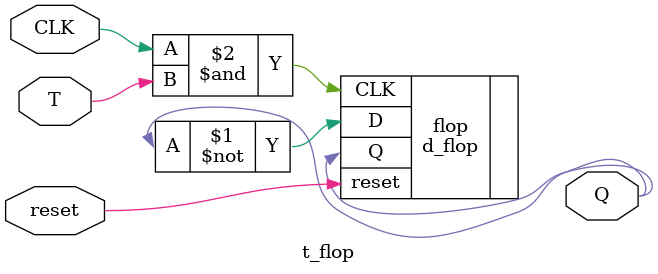
<source format=v>
module t_flop(
    input T, CLK, reset,
    output Q
);

    d_flop flop(
        .D(~Q),
        .CLK(CLK & T),
        .reset(reset),
        .Q(Q)
    );

endmodule

</source>
